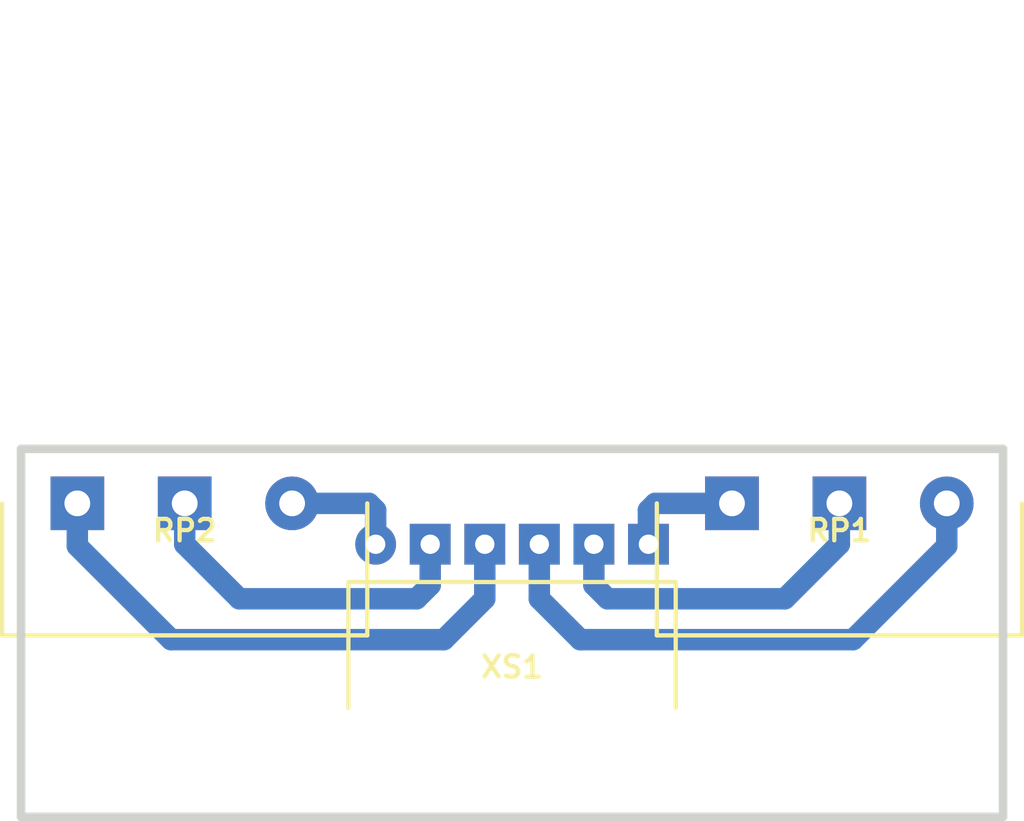
<source format=kicad_pcb>
(kicad_pcb (version 20171130) (host pcbnew 5.1.6-c6e7f7d~87~ubuntu19.10.1)

  (general
    (thickness 1.6)
    (drawings 4)
    (tracks 26)
    (zones 0)
    (modules 3)
    (nets 7)
  )

  (page A4 portrait)
  (title_block
    (title "1590N1 Potentiometer Board 18 2x17")
    (date 2022-03-31)
    (rev 1B)
    (company "Igor Ivanov")
    (comment 1 https://github.com/Adept666)
    (comment 2 "This project is licensed under GNU General Public License v3.0 or later")
    (comment 3 "Диаметр потенциометров: 16 мм, 17 мм")
    (comment 4 "Расстояние от основной платы до корпуса: 18 мм")
  )

  (layers
    (0 F.Cu jumper)
    (31 B.Cu signal)
    (38 B.Mask user)
    (44 Edge.Cuts user)
    (45 Margin user)
    (46 B.CrtYd user)
    (47 F.CrtYd user)
    (49 F.Fab user)
  )

  (setup
    (last_trace_width 1)
    (user_trace_width 0.6)
    (trace_clearance 0)
    (zone_clearance 0.6)
    (zone_45_only no)
    (trace_min 0.2)
    (via_size 2)
    (via_drill 1)
    (via_min_size 0.4)
    (via_min_drill 0.3)
    (uvia_size 0.3)
    (uvia_drill 0.1)
    (uvias_allowed no)
    (uvia_min_size 0)
    (uvia_min_drill 0)
    (edge_width 0.4)
    (segment_width 0.2)
    (pcb_text_width 0.3)
    (pcb_text_size 1.5 1.5)
    (mod_edge_width 0.15)
    (mod_text_size 1 1)
    (mod_text_width 0.15)
    (pad_size 1.6 1.8)
    (pad_drill 0)
    (pad_to_mask_clearance 0.2)
    (solder_mask_min_width 0.1)
    (aux_axis_origin 0 0)
    (visible_elements 7FFFFFFF)
    (pcbplotparams
      (layerselection 0x20000_7ffffffe)
      (usegerberextensions false)
      (usegerberattributes false)
      (usegerberadvancedattributes false)
      (creategerberjobfile false)
      (excludeedgelayer false)
      (linewidth 0.100000)
      (plotframeref true)
      (viasonmask false)
      (mode 1)
      (useauxorigin false)
      (hpglpennumber 1)
      (hpglpenspeed 20)
      (hpglpendiameter 15.000000)
      (psnegative false)
      (psa4output false)
      (plotreference false)
      (plotvalue true)
      (plotinvisibletext false)
      (padsonsilk true)
      (subtractmaskfromsilk false)
      (outputformat 4)
      (mirror false)
      (drillshape 0)
      (scaleselection 1)
      (outputdirectory ""))
  )

  (net 0 "")
  (net 1 "Net-(RP1-Pad3)")
  (net 2 "Net-(RP1-Pad1)")
  (net 3 "Net-(RP1-Pad2)")
  (net 4 "Net-(RP2-Pad3)")
  (net 5 "Net-(RP2-Pad1)")
  (net 6 "Net-(RP2-Pad2)")

  (net_class Default "This is the default net class."
    (clearance 0)
    (trace_width 1)
    (via_dia 2)
    (via_drill 1)
    (uvia_dia 0.3)
    (uvia_drill 0.1)
    (add_net "Net-(RP1-Pad1)")
    (add_net "Net-(RP1-Pad2)")
    (add_net "Net-(RP1-Pad3)")
    (add_net "Net-(RP2-Pad1)")
    (add_net "Net-(RP2-Pad2)")
    (add_net "Net-(RP2-Pad3)")
  )

  (module KCL-TH-SL:CON-PBS-06R (layer F.Cu) (tedit 6242BD01) (tstamp 61D02E61)
    (at 105.41 144.78)
    (path /60033671)
    (fp_text reference XS1 (at 0 5.715) (layer F.SilkS)
      (effects (font (size 1 1) (thickness 0.2)))
    )
    (fp_text value PBS-06R (at 0 5.715) (layer F.Fab)
      (effects (font (size 1 1) (thickness 0.2)))
    )
    (fp_line (start 7.62 -0.45) (end 7.62 10.16) (layer F.CrtYd) (width 0.1))
    (fp_line (start -7.62 -0.45) (end -7.62 10.16) (layer F.CrtYd) (width 0.1))
    (fp_line (start -7.62 10.16) (end 7.62 10.16) (layer F.CrtYd) (width 0.1))
    (fp_line (start -7.62 -0.45) (end 7.62 -0.45) (layer F.CrtYd) (width 0.1))
    (fp_line (start 7.62 1.76) (end 7.62 7.62) (layer F.SilkS) (width 0.2))
    (fp_line (start -7.62 1.76) (end -7.62 7.62) (layer F.SilkS) (width 0.2))
    (fp_line (start -7.62 1.76) (end 7.62 1.76) (layer F.SilkS) (width 0.2))
    (fp_line (start -7.62 1.76) (end 7.62 1.76) (layer F.Fab) (width 0.2))
    (fp_line (start -7.62 10.16) (end 7.62 10.16) (layer F.Fab) (width 0.2))
    (fp_line (start -7.62 1.76) (end -7.62 10.16) (layer F.Fab) (width 0.2))
    (fp_line (start 7.62 1.76) (end 7.62 10.16) (layer F.Fab) (width 0.2))
    (pad 6 thru_hole rect (at 6.35 0) (size 1.9 1.9) (drill 0.9) (layers B.Cu B.Mask)
      (net 1 "Net-(RP1-Pad3)"))
    (pad 5 thru_hole rect (at 3.81 0) (size 1.9 1.9) (drill 0.9) (layers B.Cu B.Mask)
      (net 3 "Net-(RP1-Pad2)"))
    (pad 4 thru_hole rect (at 1.27 0) (size 1.9 1.9) (drill 0.9) (layers B.Cu B.Mask)
      (net 2 "Net-(RP1-Pad1)"))
    (pad 1 thru_hole circle (at -6.35 0) (size 1.9 1.9) (drill 0.9) (layers B.Cu B.Mask)
      (net 5 "Net-(RP2-Pad1)"))
    (pad 2 thru_hole rect (at -3.81 0) (size 1.9 1.9) (drill 0.9) (layers B.Cu B.Mask)
      (net 6 "Net-(RP2-Pad2)"))
    (pad 3 thru_hole rect (at -1.27 0) (size 1.9 1.9) (drill 0.9) (layers B.Cu B.Mask)
      (net 4 "Net-(RP2-Pad3)"))
  )

  (module KCL:RP-PDB181-K-20-P (layer F.Cu) (tedit 60030E39) (tstamp 608AEE6A)
    (at 120.65 142.875 180)
    (path /60859B26)
    (fp_text reference RP1 (at 0 -1.27) (layer F.SilkS)
      (effects (font (size 1 1) (thickness 0.2)))
    )
    (fp_text value "RP1: 16/17" (at 0 -1.27) (layer F.Fab)
      (effects (font (size 1 1) (thickness 0.2)))
    )
    (fp_line (start -7.3 3.35) (end -7.3 5.35) (layer F.Fab) (width 0.2))
    (fp_line (start -8.5 3.35) (end -8.5 5.35) (layer F.Fab) (width 0.2))
    (fp_line (start -8.5 5.35) (end -7.366 5.35) (layer F.Fab) (width 0.2))
    (fp_line (start 8.5 -6.15) (end 8.5 23.35) (layer F.CrtYd) (width 0.1))
    (fp_line (start -8.5 -6.15) (end -8.5 23.35) (layer F.CrtYd) (width 0.1))
    (fp_line (start -8.5 23.35) (end 8.5 23.35) (layer F.CrtYd) (width 0.1))
    (fp_line (start -8.5 -6.15) (end 8.5 -6.15) (layer F.CrtYd) (width 0.1))
    (fp_line (start 8.5 -6.15) (end 8.5 0) (layer F.SilkS) (width 0.2))
    (fp_line (start -8.5 -6.15) (end -8.5 0) (layer F.SilkS) (width 0.2))
    (fp_line (start -8.5 -6.15) (end 8.5 -6.15) (layer F.SilkS) (width 0.2))
    (fp_line (start -3.5 9.85) (end 3.5 9.85) (layer F.Fab) (width 0.2))
    (fp_line (start 3 9.85) (end 3 23.35) (layer F.Fab) (width 0.2))
    (fp_line (start -3 9.85) (end -3 23.35) (layer F.Fab) (width 0.2))
    (fp_line (start 3.5 3.35) (end 3.5 9.85) (layer F.Fab) (width 0.2))
    (fp_line (start -3.5 3.35) (end -3.5 9.85) (layer F.Fab) (width 0.2))
    (fp_line (start 8.5 -6.15) (end 8.5 3.35) (layer F.Fab) (width 0.2))
    (fp_line (start -8.5 -6.15) (end -8.5 3.35) (layer F.Fab) (width 0.2))
    (fp_line (start -3 23.35) (end 3 23.35) (layer F.Fab) (width 0.2))
    (fp_line (start -8.5 3.35) (end 8.5 3.35) (layer F.Fab) (width 0.2))
    (fp_line (start -8.5 -6.15) (end 8.5 -6.15) (layer F.Fab) (width 0.2))
    (pad 2 thru_hole rect (at 0 0 180) (size 2.5 2.5) (drill 1.2) (layers B.Cu B.Mask)
      (net 3 "Net-(RP1-Pad2)"))
    (pad 1 thru_hole circle (at -5 0 180) (size 2.5 2.5) (drill 1.2) (layers B.Cu B.Mask)
      (net 2 "Net-(RP1-Pad1)"))
    (pad 3 thru_hole rect (at 5 0 180) (size 2.5 2.5) (drill 1.2) (layers B.Cu B.Mask)
      (net 1 "Net-(RP1-Pad3)"))
  )

  (module KCL:RP-PDB181-K-20-P (layer F.Cu) (tedit 60030E39) (tstamp 5FE6D9E5)
    (at 90.17 142.875 180)
    (path /5FE7A122)
    (fp_text reference RP2 (at 0 -1.27) (layer F.SilkS)
      (effects (font (size 1 1) (thickness 0.2)))
    )
    (fp_text value "RP2: 16/17" (at 0 -1.27) (layer F.Fab)
      (effects (font (size 1 1) (thickness 0.2)))
    )
    (fp_line (start -8.5 -6.15) (end 8.5 -6.15) (layer F.Fab) (width 0.2))
    (fp_line (start -8.5 3.35) (end 8.5 3.35) (layer F.Fab) (width 0.2))
    (fp_line (start -3 23.35) (end 3 23.35) (layer F.Fab) (width 0.2))
    (fp_line (start -8.5 -6.15) (end -8.5 3.35) (layer F.Fab) (width 0.2))
    (fp_line (start 8.5 -6.15) (end 8.5 3.35) (layer F.Fab) (width 0.2))
    (fp_line (start -3.5 3.35) (end -3.5 9.85) (layer F.Fab) (width 0.2))
    (fp_line (start 3.5 3.35) (end 3.5 9.85) (layer F.Fab) (width 0.2))
    (fp_line (start -3 9.85) (end -3 23.35) (layer F.Fab) (width 0.2))
    (fp_line (start 3 9.85) (end 3 23.35) (layer F.Fab) (width 0.2))
    (fp_line (start -3.5 9.85) (end 3.5 9.85) (layer F.Fab) (width 0.2))
    (fp_line (start -8.5 -6.15) (end 8.5 -6.15) (layer F.SilkS) (width 0.2))
    (fp_line (start -8.5 -6.15) (end -8.5 0) (layer F.SilkS) (width 0.2))
    (fp_line (start 8.5 -6.15) (end 8.5 0) (layer F.SilkS) (width 0.2))
    (fp_line (start -8.5 -6.15) (end 8.5 -6.15) (layer F.CrtYd) (width 0.1))
    (fp_line (start -8.5 23.35) (end 8.5 23.35) (layer F.CrtYd) (width 0.1))
    (fp_line (start -8.5 -6.15) (end -8.5 23.35) (layer F.CrtYd) (width 0.1))
    (fp_line (start 8.5 -6.15) (end 8.5 23.35) (layer F.CrtYd) (width 0.1))
    (fp_line (start -8.5 5.35) (end -7.366 5.35) (layer F.Fab) (width 0.2))
    (fp_line (start -8.5 3.35) (end -8.5 5.35) (layer F.Fab) (width 0.2))
    (fp_line (start -7.3 3.35) (end -7.3 5.35) (layer F.Fab) (width 0.2))
    (pad 2 thru_hole rect (at 0 0 180) (size 2.5 2.5) (drill 1.2) (layers B.Cu B.Mask)
      (net 6 "Net-(RP2-Pad2)"))
    (pad 1 thru_hole circle (at -5 0 180) (size 2.5 2.5) (drill 1.2) (layers B.Cu B.Mask)
      (net 5 "Net-(RP2-Pad1)"))
    (pad 3 thru_hole rect (at 5 0 180) (size 2.5 2.5) (drill 1.2) (layers B.Cu B.Mask)
      (net 4 "Net-(RP2-Pad3)"))
  )

  (gr_line (start 128.27 140.335) (end 128.27 157.48) (layer Edge.Cuts) (width 0.4) (tstamp 5FE6F872))
  (gr_line (start 82.55 140.335) (end 82.55 157.48) (layer Edge.Cuts) (width 0.4) (tstamp 5FE6F872))
  (gr_line (start 82.55 157.48) (end 128.27 157.48) (layer Edge.Cuts) (width 0.4) (tstamp 5FE6FAB1))
  (gr_line (start 82.55 140.335) (end 128.27 140.335) (layer Edge.Cuts) (width 0.4) (tstamp 5FE6F86E))

  (segment (start 111.76 143.1925) (end 111.76 144.78) (width 1) (layer B.Cu) (net 1))
  (segment (start 115.65 142.875) (end 112.0775 142.875) (width 1) (layer B.Cu) (net 1))
  (segment (start 111.76 143.1925) (end 112.0775 142.875) (width 1) (layer B.Cu) (net 1))
  (segment (start 106.68 147.32) (end 106.68 144.78) (width 1) (layer B.Cu) (net 2) (tstamp 61D0341A))
  (segment (start 125.65 142.875) (end 125.65 144.86) (width 1) (layer B.Cu) (net 2) (tstamp 61D033B2))
  (segment (start 108.585 149.225) (end 106.68 147.32) (width 1) (layer B.Cu) (net 2) (tstamp 61D033B4))
  (segment (start 125.65 144.86) (end 121.285 149.225) (width 1) (layer B.Cu) (net 2) (tstamp 61D033B9))
  (segment (start 121.285 149.225) (end 108.585 149.225) (width 1) (layer B.Cu) (net 2))
  (segment (start 109.22 146.685) (end 109.22 144.78) (width 1) (layer B.Cu) (net 3) (tstamp 61D03416))
  (segment (start 120.65 142.875) (end 120.65 144.78) (width 1) (layer B.Cu) (net 3) (tstamp 61D033B5))
  (segment (start 120.65 144.78) (end 118.11 147.32) (width 1) (layer B.Cu) (net 3) (tstamp 61D033B6))
  (segment (start 109.855 147.32) (end 109.22 146.685) (width 1) (layer B.Cu) (net 3) (tstamp 61D033B8))
  (segment (start 118.11 147.32) (end 109.855 147.32) (width 1) (layer B.Cu) (net 3))
  (segment (start 104.14 147.32) (end 104.14 144.78) (width 1) (layer B.Cu) (net 4) (tstamp 61D03408))
  (segment (start 102.235 149.225) (end 104.14 147.32) (width 1) (layer B.Cu) (net 4) (tstamp 61D03409))
  (segment (start 89.535 149.225) (end 102.235 149.225) (width 1) (layer B.Cu) (net 4))
  (segment (start 85.17 144.86) (end 89.535 149.225) (width 1) (layer B.Cu) (net 4))
  (segment (start 85.17 142.875) (end 85.17 144.86) (width 1) (layer B.Cu) (net 4))
  (segment (start 99.06 143.1925) (end 99.06 144.78) (width 1) (layer B.Cu) (net 5))
  (segment (start 95.17 142.875) (end 98.7425 142.875) (width 1) (layer B.Cu) (net 5))
  (segment (start 98.7425 142.875) (end 99.06 143.1925) (width 1) (layer B.Cu) (net 5))
  (segment (start 101.6 146.685) (end 101.6 144.78) (width 1) (layer B.Cu) (net 6) (tstamp 61D0340A))
  (segment (start 100.965 147.32) (end 101.6 146.685) (width 1) (layer B.Cu) (net 6) (tstamp 61D0340B))
  (segment (start 92.71 147.32) (end 100.965 147.32) (width 1) (layer B.Cu) (net 6))
  (segment (start 90.17 144.78) (end 92.71 147.32) (width 1) (layer B.Cu) (net 6))
  (segment (start 90.17 142.875) (end 90.17 144.78) (width 1) (layer B.Cu) (net 6))

)

</source>
